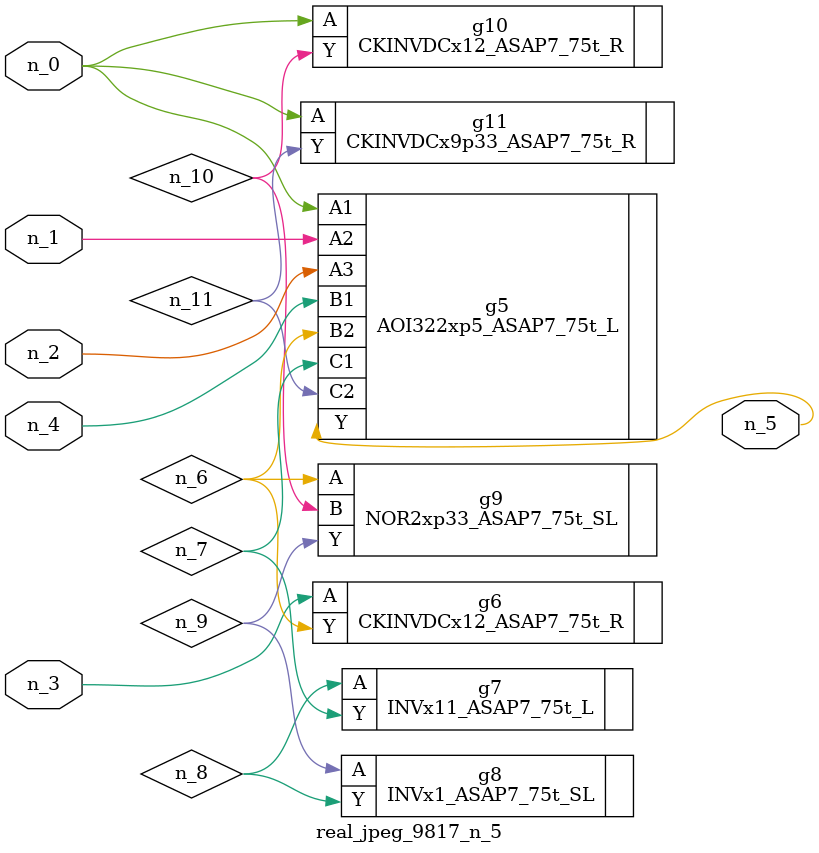
<source format=v>
module real_jpeg_9817_n_5 (n_4, n_0, n_1, n_2, n_3, n_5);

input n_4;
input n_0;
input n_1;
input n_2;
input n_3;

output n_5;

wire n_8;
wire n_11;
wire n_6;
wire n_7;
wire n_10;
wire n_9;

AOI322xp5_ASAP7_75t_L g5 ( 
.A1(n_0),
.A2(n_1),
.A3(n_2),
.B1(n_4),
.B2(n_6),
.C1(n_7),
.C2(n_11),
.Y(n_5)
);

CKINVDCx12_ASAP7_75t_R g10 ( 
.A(n_0),
.Y(n_10)
);

CKINVDCx9p33_ASAP7_75t_R g11 ( 
.A(n_0),
.Y(n_11)
);

CKINVDCx12_ASAP7_75t_R g6 ( 
.A(n_3),
.Y(n_6)
);

NOR2xp33_ASAP7_75t_SL g9 ( 
.A(n_6),
.B(n_10),
.Y(n_9)
);

INVx11_ASAP7_75t_L g7 ( 
.A(n_8),
.Y(n_7)
);

INVx1_ASAP7_75t_SL g8 ( 
.A(n_9),
.Y(n_8)
);


endmodule
</source>
